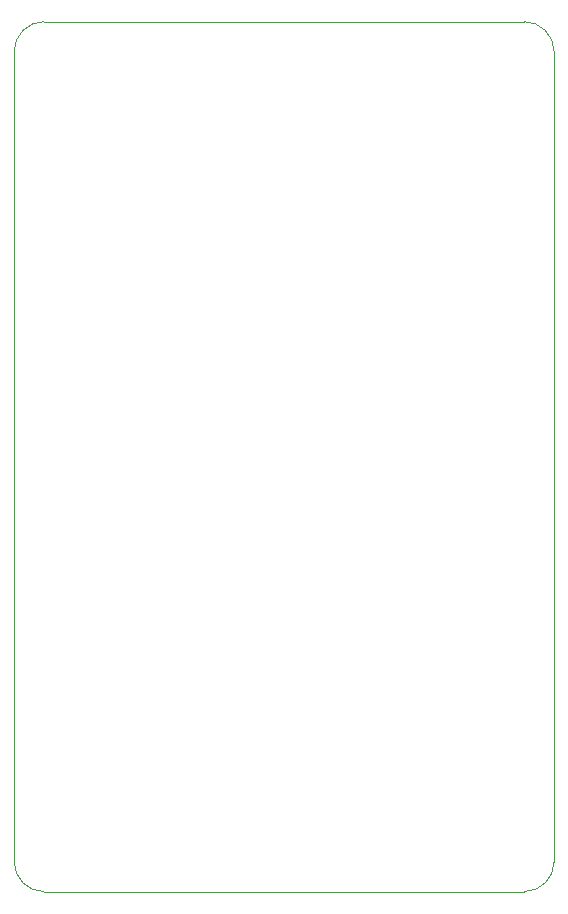
<source format=gbr>
G04 #@! TF.GenerationSoftware,KiCad,Pcbnew,(5.1.0)-1*
G04 #@! TF.CreationDate,2019-05-02T23:13:59+02:00*
G04 #@! TF.ProjectId,diyaltimeter.de,64697961-6c74-4696-9d65-7465722e6465,rev?*
G04 #@! TF.SameCoordinates,Original*
G04 #@! TF.FileFunction,Profile,NP*
%FSLAX46Y46*%
G04 Gerber Fmt 4.6, Leading zero omitted, Abs format (unit mm)*
G04 Created by KiCad (PCBNEW (5.1.0)-1) date 2019-05-02 23:13:59*
%MOMM*%
%LPD*%
G04 APERTURE LIST*
%ADD10C,0.050000*%
%ADD11C,0.100000*%
G04 APERTURE END LIST*
D10*
X111760000Y-109220000D02*
X111760000Y-177800000D01*
X111760000Y-177800000D02*
G75*
G02X109220000Y-180340000I-2540000J0D01*
G01*
X68580000Y-180340000D02*
G75*
G02X66040000Y-177800000I0J2540000D01*
G01*
X68580000Y-106680000D02*
X109220000Y-106680000D01*
X66040000Y-109220000D02*
G75*
G02X68580000Y-106680000I2540000J0D01*
G01*
X109220000Y-106680000D02*
G75*
G02X111760000Y-109220000I0J-2540000D01*
G01*
D11*
X68580000Y-180340000D02*
X109220000Y-180340000D01*
X66040000Y-109220000D02*
X66040000Y-177800000D01*
M02*

</source>
